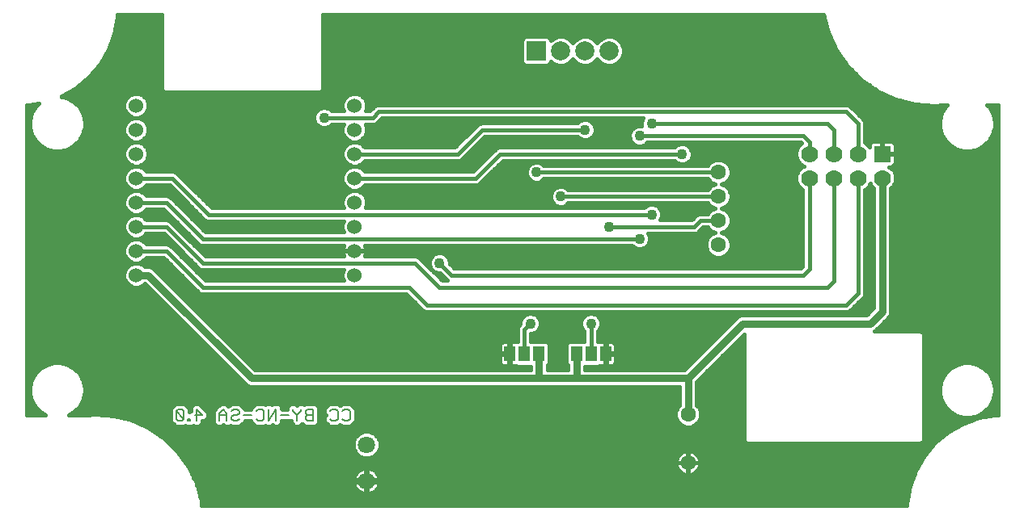
<source format=gbl>
G75*
%MOIN*%
%OFA0B0*%
%FSLAX25Y25*%
%IPPOS*%
%LPD*%
%AMOC8*
5,1,8,0,0,1.08239X$1,22.5*
%
%ADD10C,0.00800*%
%ADD11R,0.07000X0.07000*%
%ADD12C,0.07000*%
%ADD13R,0.07874X0.07874*%
%ADD14C,0.07874*%
%ADD15C,0.06299*%
%ADD16R,0.04600X0.06300*%
%ADD17C,0.06000*%
%ADD18C,0.07085*%
%ADD19C,0.01575*%
%ADD20C,0.04331*%
%ADD21C,0.03150*%
D10*
X0069105Y0073638D02*
X0070677Y0073638D01*
X0071463Y0074424D01*
X0068319Y0077568D01*
X0068319Y0074424D01*
X0069105Y0073638D01*
X0071463Y0074424D02*
X0071463Y0077568D01*
X0070677Y0078354D01*
X0069105Y0078354D01*
X0068319Y0077568D01*
X0073214Y0074424D02*
X0073214Y0073638D01*
X0074000Y0073638D01*
X0074000Y0074424D01*
X0073214Y0074424D01*
X0075932Y0075996D02*
X0079075Y0075996D01*
X0076718Y0078354D01*
X0076718Y0073638D01*
X0086082Y0073638D02*
X0086082Y0076782D01*
X0087654Y0078354D01*
X0089226Y0076782D01*
X0089226Y0073638D01*
X0091157Y0074424D02*
X0091943Y0073638D01*
X0093515Y0073638D01*
X0094301Y0074424D01*
X0093515Y0075996D02*
X0091943Y0075996D01*
X0091157Y0075210D01*
X0091157Y0074424D01*
X0089226Y0075996D02*
X0086082Y0075996D01*
X0091157Y0077568D02*
X0091943Y0078354D01*
X0093515Y0078354D01*
X0094301Y0077568D01*
X0094301Y0076782D01*
X0093515Y0075996D01*
X0096232Y0075996D02*
X0099376Y0075996D01*
X0101308Y0074424D02*
X0102094Y0073638D01*
X0103666Y0073638D01*
X0104451Y0074424D01*
X0104451Y0077568D01*
X0103666Y0078354D01*
X0102094Y0078354D01*
X0101308Y0077568D01*
X0106383Y0078354D02*
X0106383Y0073638D01*
X0109527Y0078354D01*
X0109527Y0073638D01*
X0111458Y0075996D02*
X0114602Y0075996D01*
X0116533Y0077568D02*
X0116533Y0078354D01*
X0116533Y0077568D02*
X0118105Y0075996D01*
X0118105Y0073638D01*
X0118105Y0075996D02*
X0119677Y0077568D01*
X0119677Y0078354D01*
X0121608Y0077568D02*
X0121608Y0076782D01*
X0122394Y0075996D01*
X0124752Y0075996D01*
X0122394Y0075996D02*
X0121608Y0075210D01*
X0121608Y0074424D01*
X0122394Y0073638D01*
X0124752Y0073638D01*
X0124752Y0078354D01*
X0122394Y0078354D01*
X0121608Y0077568D01*
X0131759Y0077568D02*
X0132545Y0078354D01*
X0134117Y0078354D01*
X0134903Y0077568D01*
X0134903Y0074424D01*
X0134117Y0073638D01*
X0132545Y0073638D01*
X0131759Y0074424D01*
X0136834Y0074424D02*
X0137620Y0073638D01*
X0139192Y0073638D01*
X0139978Y0074424D01*
X0139978Y0077568D01*
X0139192Y0078354D01*
X0137620Y0078354D01*
X0136834Y0077568D01*
D11*
X0359287Y0183750D03*
D12*
X0349287Y0183750D03*
X0339287Y0183750D03*
X0329287Y0183750D03*
X0329287Y0173750D03*
X0339287Y0173750D03*
X0349287Y0173750D03*
X0359287Y0173750D03*
D13*
X0216787Y0226250D03*
D14*
X0226787Y0226250D03*
X0236787Y0226250D03*
X0246787Y0226250D03*
D15*
X0291787Y0176250D03*
X0291787Y0166250D03*
X0291787Y0156250D03*
X0291787Y0146250D03*
X0279287Y0076250D03*
X0279287Y0056250D03*
D16*
X0245287Y0101250D03*
X0239287Y0101250D03*
X0233287Y0101250D03*
X0217787Y0101250D03*
X0211787Y0101250D03*
X0205787Y0101250D03*
D17*
X0141787Y0133750D03*
X0141787Y0143750D03*
X0141787Y0153750D03*
X0141787Y0163750D03*
X0141787Y0173750D03*
X0141787Y0183750D03*
X0141787Y0193750D03*
X0141787Y0203750D03*
X0051787Y0203750D03*
X0051787Y0193750D03*
X0051787Y0183750D03*
X0051787Y0173750D03*
X0051787Y0163750D03*
X0051787Y0153750D03*
X0051787Y0143750D03*
X0051787Y0133750D03*
D18*
X0146787Y0063750D03*
X0146787Y0048750D03*
D19*
X0078199Y0042263D02*
X0369947Y0042263D01*
X0369669Y0040690D02*
X0078636Y0040690D01*
X0078684Y0040518D02*
X0076636Y0047889D01*
X0073340Y0054792D01*
X0068894Y0061017D01*
X0068894Y0061017D01*
X0063436Y0066376D01*
X0063436Y0066376D01*
X0063436Y0066376D01*
X0057129Y0070706D01*
X0050167Y0073875D01*
X0050167Y0073875D01*
X0042760Y0075787D01*
X0042760Y0075787D01*
X0035133Y0076384D01*
X0031556Y0076037D01*
X0024166Y0076037D01*
X0026216Y0077221D01*
X0028316Y0079322D01*
X0029802Y0081895D01*
X0030571Y0084764D01*
X0030571Y0087735D01*
X0029802Y0090605D01*
X0028316Y0093178D01*
X0026216Y0095279D01*
X0023643Y0096765D01*
X0020773Y0097533D01*
X0017802Y0097533D01*
X0014932Y0096765D01*
X0012359Y0095279D01*
X0010258Y0093178D01*
X0008773Y0090605D01*
X0008004Y0087735D01*
X0008004Y0084764D01*
X0008773Y0081895D01*
X0010258Y0079322D01*
X0012359Y0077221D01*
X0014409Y0076037D01*
X0006575Y0076037D01*
X0006575Y0203963D01*
X0007768Y0203963D01*
X0011744Y0204664D01*
X0010258Y0203178D01*
X0008773Y0200605D01*
X0008004Y0197735D01*
X0008004Y0194764D01*
X0008773Y0191895D01*
X0010258Y0189322D01*
X0012359Y0187221D01*
X0014932Y0185735D01*
X0017802Y0184967D01*
X0020773Y0184967D01*
X0023643Y0185735D01*
X0026216Y0187221D01*
X0028316Y0189322D01*
X0029802Y0191895D01*
X0030571Y0194764D01*
X0030571Y0197735D01*
X0029802Y0200605D01*
X0028316Y0203178D01*
X0026216Y0205279D01*
X0023643Y0206765D01*
X0020969Y0207481D01*
X0021166Y0207553D01*
X0027196Y0211034D01*
X0032529Y0215509D01*
X0037004Y0220842D01*
X0040485Y0226871D01*
X0042866Y0233413D01*
X0044075Y0240269D01*
X0044075Y0241463D01*
X0062319Y0241463D01*
X0062319Y0210435D01*
X0063472Y0209281D01*
X0127603Y0209281D01*
X0128756Y0210435D01*
X0128756Y0241463D01*
X0334975Y0241463D01*
X0337005Y0233988D01*
X0340447Y0226672D01*
X0340447Y0226672D01*
X0345107Y0220065D01*
X0345107Y0220065D01*
X0350843Y0214367D01*
X0357482Y0209752D01*
X0364821Y0206360D01*
X0372638Y0204294D01*
X0380695Y0203616D01*
X0384505Y0203963D01*
X0386043Y0203963D01*
X0385258Y0203178D01*
X0383773Y0200605D01*
X0383004Y0197735D01*
X0383004Y0194764D01*
X0383773Y0191895D01*
X0385258Y0189322D01*
X0387359Y0187221D01*
X0389932Y0185735D01*
X0392802Y0184967D01*
X0395773Y0184967D01*
X0398643Y0185735D01*
X0401216Y0187221D01*
X0403316Y0189322D01*
X0404802Y0191895D01*
X0405571Y0194764D01*
X0405571Y0197735D01*
X0404802Y0200605D01*
X0403316Y0203178D01*
X0402532Y0203963D01*
X0407000Y0203963D01*
X0407000Y0076037D01*
X0405806Y0076037D01*
X0398950Y0074828D01*
X0392408Y0072447D01*
X0386379Y0068966D01*
X0381046Y0064491D01*
X0376571Y0059158D01*
X0373090Y0053129D01*
X0370709Y0046587D01*
X0369500Y0039731D01*
X0369500Y0038537D01*
X0078876Y0038537D01*
X0078684Y0040518D01*
X0078820Y0039117D02*
X0369500Y0039117D01*
X0370224Y0043837D02*
X0148885Y0043837D01*
X0148833Y0043810D02*
X0149581Y0044191D01*
X0150260Y0044684D01*
X0150853Y0045278D01*
X0151346Y0045956D01*
X0151727Y0046704D01*
X0151986Y0047502D01*
X0152118Y0048330D01*
X0152117Y0048356D01*
X0147181Y0048356D01*
X0147181Y0043420D01*
X0147207Y0043420D01*
X0148036Y0043551D01*
X0148833Y0043810D01*
X0147181Y0043837D02*
X0146394Y0043837D01*
X0146394Y0043420D02*
X0146394Y0048356D01*
X0147181Y0048356D01*
X0147181Y0049144D01*
X0146394Y0049144D01*
X0146394Y0054080D01*
X0146368Y0054080D01*
X0145539Y0053949D01*
X0144741Y0053690D01*
X0143994Y0053309D01*
X0143315Y0052816D01*
X0142722Y0052222D01*
X0142229Y0051544D01*
X0141848Y0050796D01*
X0141589Y0049998D01*
X0141457Y0049169D01*
X0141457Y0049144D01*
X0146394Y0049144D01*
X0146394Y0048356D01*
X0141457Y0048356D01*
X0141457Y0048330D01*
X0141589Y0047502D01*
X0141848Y0046704D01*
X0142229Y0045956D01*
X0142722Y0045278D01*
X0143315Y0044684D01*
X0143994Y0044191D01*
X0144741Y0043810D01*
X0145539Y0043551D01*
X0146368Y0043420D01*
X0146394Y0043420D01*
X0144690Y0043837D02*
X0077762Y0043837D01*
X0077325Y0045410D02*
X0142626Y0045410D01*
X0141757Y0046983D02*
X0076888Y0046983D01*
X0076636Y0047889D02*
X0076636Y0047889D01*
X0076317Y0048556D02*
X0146394Y0048556D01*
X0147181Y0048556D02*
X0371426Y0048556D01*
X0370853Y0046983D02*
X0151818Y0046983D01*
X0150949Y0045410D02*
X0370501Y0045410D01*
X0370709Y0046587D02*
X0370709Y0046587D01*
X0371998Y0050130D02*
X0151943Y0050130D01*
X0151986Y0049998D02*
X0151727Y0050796D01*
X0151346Y0051544D01*
X0150853Y0052222D01*
X0150260Y0052816D01*
X0149581Y0053309D01*
X0148833Y0053690D01*
X0148036Y0053949D01*
X0147207Y0054080D01*
X0147181Y0054080D01*
X0147181Y0049144D01*
X0152118Y0049144D01*
X0152118Y0049169D01*
X0151986Y0049998D01*
X0151230Y0051703D02*
X0277337Y0051703D01*
X0277392Y0051675D02*
X0278131Y0051435D01*
X0278899Y0051313D01*
X0279189Y0051313D01*
X0279189Y0056151D01*
X0279386Y0056151D01*
X0279386Y0051313D01*
X0279676Y0051313D01*
X0280443Y0051435D01*
X0281183Y0051675D01*
X0281875Y0052027D01*
X0282504Y0052484D01*
X0283053Y0053034D01*
X0283510Y0053662D01*
X0283863Y0054355D01*
X0284103Y0055094D01*
X0284224Y0055861D01*
X0284224Y0056152D01*
X0279386Y0056152D01*
X0279386Y0056348D01*
X0284224Y0056348D01*
X0284224Y0056639D01*
X0284103Y0057406D01*
X0283863Y0058145D01*
X0283510Y0058838D01*
X0283053Y0059466D01*
X0282504Y0060016D01*
X0281875Y0060473D01*
X0281183Y0060825D01*
X0280443Y0061065D01*
X0279676Y0061187D01*
X0279386Y0061187D01*
X0279386Y0056348D01*
X0279189Y0056348D01*
X0279189Y0056152D01*
X0274350Y0056152D01*
X0274350Y0055861D01*
X0274472Y0055094D01*
X0274712Y0054355D01*
X0275065Y0053662D01*
X0275522Y0053034D01*
X0276071Y0052484D01*
X0276700Y0052027D01*
X0277392Y0051675D01*
X0279189Y0051703D02*
X0279386Y0051703D01*
X0279386Y0053276D02*
X0279189Y0053276D01*
X0279189Y0054850D02*
X0279386Y0054850D01*
X0279189Y0056348D02*
X0274350Y0056348D01*
X0274350Y0056639D01*
X0274472Y0057406D01*
X0274712Y0058145D01*
X0275065Y0058838D01*
X0275522Y0059466D01*
X0276071Y0060016D01*
X0276700Y0060473D01*
X0277392Y0060825D01*
X0278131Y0061065D01*
X0278899Y0061187D01*
X0279189Y0061187D01*
X0279189Y0056348D01*
X0279189Y0056423D02*
X0279386Y0056423D01*
X0279386Y0057996D02*
X0279189Y0057996D01*
X0279189Y0059570D02*
X0279386Y0059570D01*
X0279386Y0061143D02*
X0279189Y0061143D01*
X0278621Y0061143D02*
X0151673Y0061143D01*
X0151460Y0060628D02*
X0152299Y0062654D01*
X0152299Y0064846D01*
X0151460Y0066872D01*
X0149909Y0068422D01*
X0147884Y0069261D01*
X0145691Y0069261D01*
X0143666Y0068422D01*
X0142115Y0066872D01*
X0141276Y0064846D01*
X0141276Y0062654D01*
X0142115Y0060628D01*
X0143666Y0059078D01*
X0145691Y0058239D01*
X0147884Y0058239D01*
X0149909Y0059078D01*
X0151460Y0060628D01*
X0150401Y0059570D02*
X0275625Y0059570D01*
X0274664Y0057996D02*
X0071051Y0057996D01*
X0069928Y0059570D02*
X0143174Y0059570D01*
X0141902Y0061143D02*
X0068766Y0061143D01*
X0067164Y0062716D02*
X0141276Y0062716D01*
X0141276Y0064290D02*
X0065561Y0064290D01*
X0063959Y0065863D02*
X0141697Y0065863D01*
X0142680Y0067436D02*
X0061892Y0067436D01*
X0059601Y0069010D02*
X0145084Y0069010D01*
X0148491Y0069010D02*
X0302319Y0069010D01*
X0302319Y0070583D02*
X0057309Y0070583D01*
X0057129Y0070706D02*
X0057129Y0070706D01*
X0053944Y0072156D02*
X0067237Y0072156D01*
X0067338Y0072056D02*
X0067338Y0072056D01*
X0068124Y0071270D01*
X0069095Y0071270D01*
X0071658Y0071270D01*
X0071946Y0071557D01*
X0072233Y0071270D01*
X0074981Y0071270D01*
X0075359Y0071647D01*
X0075737Y0071270D01*
X0077699Y0071270D01*
X0079086Y0072657D01*
X0079086Y0073628D01*
X0080057Y0073628D01*
X0081444Y0075015D01*
X0081444Y0076977D01*
X0080057Y0078365D01*
X0080057Y0078365D01*
X0079086Y0079335D01*
X0079086Y0079335D01*
X0077726Y0080695D01*
X0077699Y0080723D01*
X0075737Y0080723D01*
X0074369Y0079355D01*
X0074349Y0079335D01*
X0074349Y0077763D01*
X0073831Y0077245D01*
X0073831Y0077558D01*
X0073831Y0078549D01*
X0073045Y0079335D01*
X0073045Y0079335D01*
X0071658Y0080723D01*
X0070667Y0080723D01*
X0069696Y0080723D01*
X0069696Y0080723D01*
X0068124Y0080723D01*
X0067338Y0079937D01*
X0066031Y0078630D01*
X0065950Y0078549D01*
X0065950Y0075405D01*
X0065950Y0074414D01*
X0065950Y0073443D01*
X0065950Y0073443D01*
X0065966Y0073427D01*
X0067338Y0072056D01*
X0068124Y0071270D02*
X0068124Y0071270D01*
X0068124Y0071270D01*
X0065950Y0073729D02*
X0050487Y0073729D01*
X0044636Y0075303D02*
X0065950Y0075303D01*
X0065950Y0075405D02*
X0065950Y0075405D01*
X0065950Y0076876D02*
X0025618Y0076876D01*
X0027444Y0078449D02*
X0065950Y0078449D01*
X0067424Y0080023D02*
X0028721Y0080023D01*
X0029629Y0081596D02*
X0275744Y0081596D01*
X0275744Y0080023D02*
X0140873Y0080023D01*
X0140189Y0080707D02*
X0141560Y0079335D01*
X0141560Y0079335D01*
X0142346Y0078549D01*
X0142346Y0078549D01*
X0142346Y0078549D01*
X0142346Y0077578D01*
X0142346Y0073443D01*
X0141560Y0072657D01*
X0140173Y0071270D01*
X0137630Y0071270D01*
X0136639Y0071270D01*
X0136639Y0071270D01*
X0136639Y0071270D01*
X0135868Y0072040D01*
X0135098Y0071270D01*
X0132555Y0071270D01*
X0131564Y0071270D01*
X0131564Y0071270D01*
X0131564Y0071270D01*
X0130493Y0072341D01*
X0129390Y0073443D01*
X0129390Y0075405D01*
X0129981Y0075996D01*
X0129390Y0076587D01*
X0129390Y0078549D01*
X0131564Y0080723D01*
X0133136Y0080723D01*
X0133136Y0080723D01*
X0134127Y0080723D01*
X0135098Y0080723D01*
X0135098Y0080723D01*
X0135098Y0080723D01*
X0135114Y0080707D01*
X0135868Y0079952D01*
X0136639Y0080723D01*
X0138211Y0080723D01*
X0138211Y0080723D01*
X0139202Y0080723D01*
X0140173Y0080723D01*
X0140173Y0080723D01*
X0140189Y0080707D01*
X0142346Y0078449D02*
X0274659Y0078449D01*
X0274948Y0079149D02*
X0274169Y0077268D01*
X0274169Y0075232D01*
X0274948Y0073351D01*
X0276388Y0071911D01*
X0278269Y0071132D01*
X0280305Y0071132D01*
X0282187Y0071911D01*
X0283626Y0073351D01*
X0284405Y0075232D01*
X0284405Y0077268D01*
X0283626Y0079149D01*
X0282831Y0079945D01*
X0282831Y0089782D01*
X0302319Y0109271D01*
X0302319Y0065435D01*
X0303472Y0064281D01*
X0375103Y0064281D01*
X0376256Y0065435D01*
X0376256Y0109565D01*
X0375103Y0110718D01*
X0356228Y0110718D01*
X0356295Y0110746D01*
X0357291Y0111743D01*
X0362291Y0116743D01*
X0362831Y0118045D01*
X0362831Y0169560D01*
X0363923Y0170652D01*
X0364756Y0172662D01*
X0364756Y0174838D01*
X0363923Y0176848D01*
X0362385Y0178386D01*
X0362200Y0178463D01*
X0363023Y0178463D01*
X0363477Y0178584D01*
X0363885Y0178820D01*
X0364218Y0179153D01*
X0364453Y0179560D01*
X0364575Y0180015D01*
X0364575Y0183553D01*
X0359484Y0183553D01*
X0359484Y0183947D01*
X0359091Y0183947D01*
X0359091Y0189037D01*
X0355552Y0189037D01*
X0355097Y0188916D01*
X0354690Y0188680D01*
X0354357Y0188347D01*
X0354122Y0187940D01*
X0354000Y0187485D01*
X0354000Y0186663D01*
X0353923Y0186848D01*
X0352385Y0188386D01*
X0352043Y0188528D01*
X0352043Y0196798D01*
X0351624Y0197811D01*
X0346624Y0202811D01*
X0345848Y0203586D01*
X0344836Y0204006D01*
X0151239Y0204006D01*
X0150226Y0203586D01*
X0148146Y0201506D01*
X0146236Y0201506D01*
X0146756Y0202762D01*
X0146756Y0204738D01*
X0145999Y0206564D01*
X0144602Y0207962D01*
X0142776Y0208718D01*
X0140799Y0208718D01*
X0138973Y0207962D01*
X0137575Y0206564D01*
X0136819Y0204738D01*
X0136819Y0202762D01*
X0137339Y0201506D01*
X0132378Y0201506D01*
X0131629Y0202255D01*
X0130110Y0202884D01*
X0128465Y0202884D01*
X0126946Y0202255D01*
X0125783Y0201092D01*
X0125154Y0199572D01*
X0125154Y0197928D01*
X0125783Y0196408D01*
X0126946Y0195245D01*
X0128465Y0194616D01*
X0130110Y0194616D01*
X0131629Y0195245D01*
X0132378Y0195994D01*
X0137339Y0195994D01*
X0136819Y0194738D01*
X0136819Y0192762D01*
X0137575Y0190936D01*
X0138973Y0189538D01*
X0140799Y0188781D01*
X0142776Y0188781D01*
X0144602Y0189538D01*
X0145999Y0190936D01*
X0146756Y0192762D01*
X0146756Y0194738D01*
X0146236Y0195994D01*
X0149836Y0195994D01*
X0150848Y0196414D01*
X0151624Y0197189D01*
X0152929Y0198494D01*
X0260742Y0198494D01*
X0260154Y0197072D01*
X0260154Y0195428D01*
X0260185Y0195353D01*
X0260110Y0195384D01*
X0258465Y0195384D01*
X0256946Y0194755D01*
X0255783Y0193592D01*
X0255154Y0192072D01*
X0255154Y0190428D01*
X0255783Y0188908D01*
X0256946Y0187745D01*
X0258465Y0187116D01*
X0260110Y0187116D01*
X0261629Y0187745D01*
X0262378Y0188494D01*
X0325646Y0188494D01*
X0325972Y0188168D01*
X0324651Y0186848D01*
X0323819Y0184838D01*
X0323819Y0182662D01*
X0324651Y0180652D01*
X0326190Y0179114D01*
X0327069Y0178750D01*
X0326190Y0178386D01*
X0324651Y0176848D01*
X0323819Y0174838D01*
X0323819Y0172662D01*
X0324651Y0170652D01*
X0326190Y0169114D01*
X0326531Y0168972D01*
X0326531Y0137392D01*
X0325646Y0136506D01*
X0182929Y0136506D01*
X0180921Y0138514D01*
X0180921Y0139572D01*
X0180292Y0141092D01*
X0179129Y0142255D01*
X0177610Y0142884D01*
X0175965Y0142884D01*
X0174446Y0142255D01*
X0173283Y0141092D01*
X0172654Y0139572D01*
X0172654Y0137928D01*
X0173283Y0136408D01*
X0174446Y0135245D01*
X0175965Y0134616D01*
X0177024Y0134616D01*
X0180134Y0131506D01*
X0177929Y0131506D01*
X0169124Y0140311D01*
X0169124Y0140311D01*
X0168348Y0141086D01*
X0167336Y0141506D01*
X0146017Y0141506D01*
X0146224Y0141912D01*
X0146457Y0142629D01*
X0146575Y0143373D01*
X0146575Y0143537D01*
X0142000Y0143537D01*
X0142000Y0143963D01*
X0146575Y0143963D01*
X0146575Y0144127D01*
X0146457Y0144871D01*
X0146224Y0145588D01*
X0146017Y0145994D01*
X0256197Y0145994D01*
X0256946Y0145245D01*
X0258465Y0144616D01*
X0260110Y0144616D01*
X0261629Y0145245D01*
X0262792Y0146408D01*
X0263421Y0147928D01*
X0263421Y0149572D01*
X0262832Y0150994D01*
X0282336Y0150994D01*
X0283348Y0151414D01*
X0284124Y0152189D01*
X0285429Y0153494D01*
X0287389Y0153494D01*
X0287448Y0153351D01*
X0288888Y0151911D01*
X0290484Y0151250D01*
X0288888Y0150589D01*
X0287448Y0149149D01*
X0286669Y0147268D01*
X0286669Y0145232D01*
X0287448Y0143351D01*
X0288888Y0141911D01*
X0290769Y0141132D01*
X0292805Y0141132D01*
X0294687Y0141911D01*
X0296126Y0143351D01*
X0296905Y0145232D01*
X0296905Y0147268D01*
X0296126Y0149149D01*
X0294687Y0150589D01*
X0293091Y0151250D01*
X0294687Y0151911D01*
X0296126Y0153351D01*
X0296905Y0155232D01*
X0296905Y0157268D01*
X0296126Y0159149D01*
X0294687Y0160589D01*
X0293091Y0161250D01*
X0294687Y0161911D01*
X0296126Y0163351D01*
X0296905Y0165232D01*
X0296905Y0167268D01*
X0296126Y0169149D01*
X0294687Y0170589D01*
X0293091Y0171250D01*
X0294687Y0171911D01*
X0296126Y0173351D01*
X0296905Y0175232D01*
X0296905Y0177268D01*
X0296126Y0179149D01*
X0294687Y0180589D01*
X0292805Y0181368D01*
X0290769Y0181368D01*
X0288888Y0180589D01*
X0287448Y0179149D01*
X0287389Y0179006D01*
X0219878Y0179006D01*
X0219129Y0179755D01*
X0217610Y0180384D01*
X0215965Y0180384D01*
X0214446Y0179755D01*
X0213283Y0178592D01*
X0212654Y0177072D01*
X0212654Y0175428D01*
X0213283Y0173908D01*
X0214446Y0172745D01*
X0215965Y0172116D01*
X0217610Y0172116D01*
X0219129Y0172745D01*
X0219878Y0173494D01*
X0287389Y0173494D01*
X0287448Y0173351D01*
X0288888Y0171911D01*
X0290484Y0171250D01*
X0288888Y0170589D01*
X0287448Y0169149D01*
X0287389Y0169006D01*
X0229878Y0169006D01*
X0229129Y0169755D01*
X0227610Y0170384D01*
X0225965Y0170384D01*
X0224446Y0169755D01*
X0223283Y0168592D01*
X0222654Y0167072D01*
X0222654Y0165428D01*
X0223283Y0163908D01*
X0224446Y0162745D01*
X0225965Y0162116D01*
X0227610Y0162116D01*
X0229129Y0162745D01*
X0229878Y0163494D01*
X0287389Y0163494D01*
X0287448Y0163351D01*
X0288888Y0161911D01*
X0290484Y0161250D01*
X0288888Y0160589D01*
X0287448Y0159149D01*
X0287389Y0159006D01*
X0283739Y0159006D01*
X0282726Y0158586D01*
X0280646Y0156506D01*
X0267832Y0156506D01*
X0268421Y0157928D01*
X0268421Y0159572D01*
X0267792Y0161092D01*
X0266629Y0162255D01*
X0265110Y0162884D01*
X0263465Y0162884D01*
X0261946Y0162255D01*
X0261197Y0161506D01*
X0146236Y0161506D01*
X0146756Y0162762D01*
X0146756Y0164738D01*
X0145999Y0166564D01*
X0144602Y0167962D01*
X0142776Y0168718D01*
X0140799Y0168718D01*
X0138973Y0167962D01*
X0137575Y0166564D01*
X0136819Y0164738D01*
X0136819Y0162762D01*
X0137339Y0161506D01*
X0082929Y0161506D01*
X0069124Y0175311D01*
X0068348Y0176086D01*
X0067336Y0176506D01*
X0056024Y0176506D01*
X0055999Y0176564D01*
X0054602Y0177962D01*
X0052776Y0178718D01*
X0050799Y0178718D01*
X0048973Y0177962D01*
X0047575Y0176564D01*
X0046819Y0174738D01*
X0046819Y0172762D01*
X0047575Y0170936D01*
X0048973Y0169538D01*
X0050799Y0168781D01*
X0052776Y0168781D01*
X0054602Y0169538D01*
X0055999Y0170936D01*
X0056024Y0170994D01*
X0065646Y0170994D01*
X0080226Y0156414D01*
X0081239Y0155994D01*
X0137339Y0155994D01*
X0136819Y0154738D01*
X0136819Y0152762D01*
X0137339Y0151506D01*
X0080429Y0151506D01*
X0066624Y0165311D01*
X0065848Y0166086D01*
X0064836Y0166506D01*
X0056024Y0166506D01*
X0055999Y0166564D01*
X0054602Y0167962D01*
X0052776Y0168718D01*
X0050799Y0168718D01*
X0048973Y0167962D01*
X0047575Y0166564D01*
X0046819Y0164738D01*
X0046819Y0162762D01*
X0047575Y0160936D01*
X0048973Y0159538D01*
X0050799Y0158781D01*
X0052776Y0158781D01*
X0054602Y0159538D01*
X0055999Y0160936D01*
X0056024Y0160994D01*
X0063146Y0160994D01*
X0077726Y0146414D01*
X0078739Y0145994D01*
X0137558Y0145994D01*
X0137351Y0145588D01*
X0137118Y0144871D01*
X0137000Y0144127D01*
X0137000Y0143963D01*
X0141575Y0143963D01*
X0141575Y0143537D01*
X0137000Y0143537D01*
X0137000Y0143373D01*
X0137118Y0142629D01*
X0137351Y0141912D01*
X0137558Y0141506D01*
X0080429Y0141506D01*
X0067874Y0154061D01*
X0067874Y0154061D01*
X0065848Y0156086D01*
X0064836Y0156506D01*
X0056024Y0156506D01*
X0055999Y0156564D01*
X0054602Y0157962D01*
X0052776Y0158718D01*
X0050799Y0158718D01*
X0048973Y0157962D01*
X0047575Y0156564D01*
X0046819Y0154738D01*
X0046819Y0152762D01*
X0047575Y0150936D01*
X0048973Y0149538D01*
X0050799Y0148781D01*
X0052776Y0148781D01*
X0054602Y0149538D01*
X0055999Y0150936D01*
X0056024Y0150994D01*
X0063146Y0150994D01*
X0063976Y0150164D01*
X0063976Y0150164D01*
X0077726Y0136414D01*
X0078739Y0135994D01*
X0137339Y0135994D01*
X0136819Y0134738D01*
X0136819Y0132762D01*
X0137339Y0131506D01*
X0080429Y0131506D01*
X0066624Y0145311D01*
X0065848Y0146086D01*
X0064836Y0146506D01*
X0056024Y0146506D01*
X0055999Y0146564D01*
X0054602Y0147962D01*
X0052776Y0148718D01*
X0050799Y0148718D01*
X0048973Y0147962D01*
X0047575Y0146564D01*
X0046819Y0144738D01*
X0046819Y0142762D01*
X0047575Y0140936D01*
X0048973Y0139538D01*
X0050799Y0138781D01*
X0052776Y0138781D01*
X0054602Y0139538D01*
X0055999Y0140936D01*
X0056024Y0140994D01*
X0063146Y0140994D01*
X0077726Y0126414D01*
X0078739Y0125994D01*
X0163146Y0125994D01*
X0170226Y0118914D01*
X0171239Y0118494D01*
X0344836Y0118494D01*
X0345848Y0118914D01*
X0346624Y0119689D01*
X0351624Y0124689D01*
X0352043Y0125702D01*
X0352043Y0168972D01*
X0352385Y0169114D01*
X0353923Y0170652D01*
X0354287Y0171531D01*
X0354651Y0170652D01*
X0355744Y0169560D01*
X0355744Y0120218D01*
X0352820Y0117293D01*
X0301083Y0117293D01*
X0299780Y0116754D01*
X0277820Y0094793D01*
X0236831Y0094793D01*
X0236831Y0096131D01*
X0242403Y0096131D01*
X0242619Y0096348D01*
X0242752Y0096313D01*
X0244925Y0096313D01*
X0244925Y0100887D01*
X0245650Y0100887D01*
X0245650Y0096313D01*
X0247823Y0096313D01*
X0248277Y0096434D01*
X0248685Y0096670D01*
X0249018Y0097003D01*
X0249253Y0097410D01*
X0249375Y0097865D01*
X0249375Y0100887D01*
X0245650Y0100887D01*
X0245650Y0101613D01*
X0244925Y0101613D01*
X0244925Y0106187D01*
X0242752Y0106187D01*
X0242619Y0106152D01*
X0242403Y0106368D01*
X0242043Y0106368D01*
X0242043Y0110660D01*
X0242792Y0111408D01*
X0243421Y0112928D01*
X0243421Y0114572D01*
X0242792Y0116092D01*
X0241629Y0117255D01*
X0240110Y0117884D01*
X0238465Y0117884D01*
X0236946Y0117255D01*
X0235783Y0116092D01*
X0235154Y0114572D01*
X0235154Y0112928D01*
X0235783Y0111408D01*
X0236531Y0110660D01*
X0236531Y0106368D01*
X0230172Y0106368D01*
X0229019Y0105215D01*
X0229019Y0097285D01*
X0229744Y0096559D01*
X0229744Y0094793D01*
X0221331Y0094793D01*
X0221331Y0096559D01*
X0222056Y0097285D01*
X0222056Y0105215D01*
X0220903Y0106368D01*
X0214543Y0106368D01*
X0214543Y0109616D01*
X0215110Y0109616D01*
X0216629Y0110245D01*
X0217792Y0111408D01*
X0218421Y0112928D01*
X0218421Y0114572D01*
X0217792Y0116092D01*
X0216629Y0117255D01*
X0215110Y0117884D01*
X0213465Y0117884D01*
X0211946Y0117255D01*
X0210783Y0116092D01*
X0210154Y0114572D01*
X0210154Y0113514D01*
X0209451Y0112811D01*
X0209031Y0111798D01*
X0209031Y0106368D01*
X0208672Y0106368D01*
X0208455Y0106152D01*
X0208323Y0106187D01*
X0206150Y0106187D01*
X0206150Y0101613D01*
X0205425Y0101613D01*
X0205425Y0106187D01*
X0203252Y0106187D01*
X0202797Y0106066D01*
X0202390Y0105830D01*
X0202057Y0105497D01*
X0201822Y0105090D01*
X0201700Y0104635D01*
X0201700Y0101613D01*
X0205425Y0101613D01*
X0205425Y0100887D01*
X0206150Y0100887D01*
X0206150Y0096313D01*
X0208323Y0096313D01*
X0208455Y0096348D01*
X0208672Y0096131D01*
X0214244Y0096131D01*
X0214244Y0094793D01*
X0100755Y0094793D01*
X0059791Y0135757D01*
X0058795Y0136754D01*
X0057492Y0137293D01*
X0055271Y0137293D01*
X0054602Y0137962D01*
X0052776Y0138718D01*
X0050799Y0138718D01*
X0048973Y0137962D01*
X0047575Y0136564D01*
X0046819Y0134738D01*
X0046819Y0132762D01*
X0047575Y0130936D01*
X0048973Y0129538D01*
X0050799Y0128781D01*
X0052776Y0128781D01*
X0054602Y0129538D01*
X0055271Y0130207D01*
X0055320Y0130207D01*
X0096284Y0089243D01*
X0097280Y0088246D01*
X0098583Y0087707D01*
X0275744Y0087707D01*
X0275744Y0079945D01*
X0274948Y0079149D01*
X0274169Y0076876D02*
X0142346Y0076876D01*
X0142346Y0075303D02*
X0274169Y0075303D01*
X0274792Y0073729D02*
X0142346Y0073729D01*
X0141059Y0072156D02*
X0276143Y0072156D01*
X0282432Y0072156D02*
X0302319Y0072156D01*
X0302319Y0073729D02*
X0283783Y0073729D01*
X0284405Y0075303D02*
X0302319Y0075303D01*
X0302319Y0076876D02*
X0284405Y0076876D01*
X0283916Y0078449D02*
X0302319Y0078449D01*
X0302319Y0080023D02*
X0282831Y0080023D01*
X0282831Y0081596D02*
X0302319Y0081596D01*
X0302319Y0083169D02*
X0282831Y0083169D01*
X0282831Y0084743D02*
X0302319Y0084743D01*
X0302319Y0086316D02*
X0282831Y0086316D01*
X0282831Y0087889D02*
X0302319Y0087889D01*
X0302319Y0089463D02*
X0282831Y0089463D01*
X0284084Y0091036D02*
X0302319Y0091036D01*
X0302319Y0092609D02*
X0285658Y0092609D01*
X0287231Y0094183D02*
X0302319Y0094183D01*
X0302319Y0095756D02*
X0288804Y0095756D01*
X0290378Y0097329D02*
X0302319Y0097329D01*
X0302319Y0098903D02*
X0291951Y0098903D01*
X0293524Y0100476D02*
X0302319Y0100476D01*
X0302319Y0102049D02*
X0295098Y0102049D01*
X0296671Y0103622D02*
X0302319Y0103622D01*
X0302319Y0105196D02*
X0298244Y0105196D01*
X0299817Y0106769D02*
X0302319Y0106769D01*
X0302319Y0108342D02*
X0301391Y0108342D01*
X0294515Y0111489D02*
X0242825Y0111489D01*
X0243421Y0113062D02*
X0296089Y0113062D01*
X0297662Y0114636D02*
X0243395Y0114636D01*
X0242675Y0116209D02*
X0299235Y0116209D01*
X0292942Y0109916D02*
X0242043Y0109916D01*
X0242043Y0108342D02*
X0291369Y0108342D01*
X0289796Y0106769D02*
X0242043Y0106769D01*
X0244925Y0105196D02*
X0245650Y0105196D01*
X0245650Y0106187D02*
X0245650Y0101613D01*
X0249375Y0101613D01*
X0249375Y0104635D01*
X0249253Y0105090D01*
X0249018Y0105497D01*
X0248685Y0105830D01*
X0248277Y0106066D01*
X0247823Y0106187D01*
X0245650Y0106187D01*
X0245650Y0103622D02*
X0244925Y0103622D01*
X0244925Y0102049D02*
X0245650Y0102049D01*
X0245650Y0100476D02*
X0244925Y0100476D01*
X0244925Y0098903D02*
X0245650Y0098903D01*
X0245650Y0097329D02*
X0244925Y0097329D01*
X0249206Y0097329D02*
X0280356Y0097329D01*
X0281929Y0098903D02*
X0249375Y0098903D01*
X0249375Y0100476D02*
X0283502Y0100476D01*
X0285076Y0102049D02*
X0249375Y0102049D01*
X0249375Y0103622D02*
X0286649Y0103622D01*
X0288222Y0105196D02*
X0249192Y0105196D01*
X0239287Y0101250D02*
X0239287Y0113750D01*
X0235900Y0116209D02*
X0217675Y0116209D01*
X0218395Y0114636D02*
X0235180Y0114636D01*
X0235154Y0113062D02*
X0218421Y0113062D01*
X0217825Y0111489D02*
X0235749Y0111489D01*
X0236531Y0109916D02*
X0215833Y0109916D01*
X0214543Y0108342D02*
X0236531Y0108342D01*
X0236531Y0106769D02*
X0214543Y0106769D01*
X0211787Y0111250D02*
X0211787Y0101250D01*
X0206150Y0100476D02*
X0205425Y0100476D01*
X0205425Y0100887D02*
X0205425Y0096313D01*
X0203252Y0096313D01*
X0202797Y0096434D01*
X0202390Y0096670D01*
X0202057Y0097003D01*
X0201822Y0097410D01*
X0201700Y0097865D01*
X0201700Y0100887D01*
X0205425Y0100887D01*
X0205425Y0102049D02*
X0206150Y0102049D01*
X0206150Y0103622D02*
X0205425Y0103622D01*
X0205425Y0105196D02*
X0206150Y0105196D01*
X0209031Y0106769D02*
X0088779Y0106769D01*
X0087206Y0108342D02*
X0209031Y0108342D01*
X0209031Y0109916D02*
X0085633Y0109916D01*
X0084059Y0111489D02*
X0209031Y0111489D01*
X0209702Y0113062D02*
X0082486Y0113062D01*
X0080913Y0114636D02*
X0210180Y0114636D01*
X0210900Y0116209D02*
X0079339Y0116209D01*
X0077766Y0117782D02*
X0213220Y0117782D01*
X0215355Y0117782D02*
X0238220Y0117782D01*
X0240355Y0117782D02*
X0353309Y0117782D01*
X0354882Y0119356D02*
X0346290Y0119356D01*
X0347864Y0120929D02*
X0355744Y0120929D01*
X0355744Y0122502D02*
X0349437Y0122502D01*
X0351010Y0124076D02*
X0355744Y0124076D01*
X0355744Y0125649D02*
X0352021Y0125649D01*
X0352043Y0127222D02*
X0355744Y0127222D01*
X0355744Y0128795D02*
X0352043Y0128795D01*
X0352043Y0130369D02*
X0355744Y0130369D01*
X0355744Y0131942D02*
X0352043Y0131942D01*
X0352043Y0133515D02*
X0355744Y0133515D01*
X0355744Y0135089D02*
X0352043Y0135089D01*
X0352043Y0136662D02*
X0355744Y0136662D01*
X0355744Y0138235D02*
X0352043Y0138235D01*
X0352043Y0139809D02*
X0355744Y0139809D01*
X0355744Y0141382D02*
X0352043Y0141382D01*
X0352043Y0142955D02*
X0355744Y0142955D01*
X0355744Y0144529D02*
X0352043Y0144529D01*
X0352043Y0146102D02*
X0355744Y0146102D01*
X0355744Y0147675D02*
X0352043Y0147675D01*
X0352043Y0149249D02*
X0355744Y0149249D01*
X0355744Y0150822D02*
X0352043Y0150822D01*
X0352043Y0152395D02*
X0355744Y0152395D01*
X0355744Y0153969D02*
X0352043Y0153969D01*
X0352043Y0155542D02*
X0355744Y0155542D01*
X0355744Y0157115D02*
X0352043Y0157115D01*
X0352043Y0158688D02*
X0355744Y0158688D01*
X0355744Y0160262D02*
X0352043Y0160262D01*
X0352043Y0161835D02*
X0355744Y0161835D01*
X0355744Y0163408D02*
X0352043Y0163408D01*
X0352043Y0164982D02*
X0355744Y0164982D01*
X0355744Y0166555D02*
X0352043Y0166555D01*
X0352043Y0168128D02*
X0355744Y0168128D01*
X0355602Y0169702D02*
X0352973Y0169702D01*
X0354181Y0171275D02*
X0354394Y0171275D01*
X0349287Y0173750D02*
X0349287Y0126250D01*
X0344287Y0121250D01*
X0171787Y0121250D01*
X0164287Y0128750D01*
X0079287Y0128750D01*
X0064287Y0143750D01*
X0051787Y0143750D01*
X0047384Y0146102D02*
X0006575Y0146102D01*
X0006575Y0147675D02*
X0048686Y0147675D01*
X0049671Y0149249D02*
X0006575Y0149249D01*
X0006575Y0150822D02*
X0047689Y0150822D01*
X0046971Y0152395D02*
X0006575Y0152395D01*
X0006575Y0153969D02*
X0046819Y0153969D01*
X0047152Y0155542D02*
X0006575Y0155542D01*
X0006575Y0157115D02*
X0048126Y0157115D01*
X0050727Y0158688D02*
X0006575Y0158688D01*
X0006575Y0160262D02*
X0048249Y0160262D01*
X0047203Y0161835D02*
X0006575Y0161835D01*
X0006575Y0163408D02*
X0046819Y0163408D01*
X0046920Y0164982D02*
X0006575Y0164982D01*
X0006575Y0166555D02*
X0047571Y0166555D01*
X0049374Y0168128D02*
X0006575Y0168128D01*
X0006575Y0169702D02*
X0048809Y0169702D01*
X0047435Y0171275D02*
X0006575Y0171275D01*
X0006575Y0172848D02*
X0046819Y0172848D01*
X0046819Y0174422D02*
X0006575Y0174422D01*
X0006575Y0175995D02*
X0047339Y0175995D01*
X0048579Y0177568D02*
X0006575Y0177568D01*
X0006575Y0179142D02*
X0049930Y0179142D01*
X0050799Y0178781D02*
X0052776Y0178781D01*
X0054602Y0179538D01*
X0055999Y0180936D01*
X0056756Y0182762D01*
X0056756Y0184738D01*
X0055999Y0186564D01*
X0054602Y0187962D01*
X0052776Y0188718D01*
X0050799Y0188718D01*
X0048973Y0187962D01*
X0047575Y0186564D01*
X0046819Y0184738D01*
X0046819Y0182762D01*
X0047575Y0180936D01*
X0048973Y0179538D01*
X0050799Y0178781D01*
X0053645Y0179142D02*
X0139930Y0179142D01*
X0140799Y0178781D02*
X0138973Y0179538D01*
X0137575Y0180936D01*
X0136819Y0182762D01*
X0136819Y0184738D01*
X0137575Y0186564D01*
X0138973Y0187962D01*
X0140799Y0188718D01*
X0142776Y0188718D01*
X0144602Y0187962D01*
X0145999Y0186564D01*
X0146024Y0186506D01*
X0183146Y0186506D01*
X0191951Y0195311D01*
X0192726Y0196086D01*
X0193739Y0196506D01*
X0233697Y0196506D01*
X0234446Y0197255D01*
X0235965Y0197884D01*
X0237610Y0197884D01*
X0239129Y0197255D01*
X0240292Y0196092D01*
X0240921Y0194572D01*
X0240921Y0192928D01*
X0240292Y0191408D01*
X0239129Y0190245D01*
X0237610Y0189616D01*
X0235965Y0189616D01*
X0234446Y0190245D01*
X0233697Y0190994D01*
X0195429Y0190994D01*
X0185848Y0181414D01*
X0184836Y0180994D01*
X0146024Y0180994D01*
X0145999Y0180936D01*
X0144602Y0179538D01*
X0142776Y0178781D01*
X0140799Y0178781D01*
X0140799Y0178718D02*
X0138973Y0177962D01*
X0137575Y0176564D01*
X0136819Y0174738D01*
X0136819Y0172762D01*
X0137575Y0170936D01*
X0138973Y0169538D01*
X0140799Y0168781D01*
X0142776Y0168781D01*
X0144602Y0169538D01*
X0145999Y0170936D01*
X0146024Y0170994D01*
X0192336Y0170994D01*
X0193348Y0171414D01*
X0194124Y0172189D01*
X0202929Y0180994D01*
X0273697Y0180994D01*
X0274446Y0180245D01*
X0275965Y0179616D01*
X0277610Y0179616D01*
X0279129Y0180245D01*
X0280292Y0181408D01*
X0280921Y0182928D01*
X0280921Y0184572D01*
X0280292Y0186092D01*
X0279129Y0187255D01*
X0277610Y0187884D01*
X0275965Y0187884D01*
X0274446Y0187255D01*
X0273697Y0186506D01*
X0201239Y0186506D01*
X0200226Y0186086D01*
X0199451Y0185311D01*
X0190646Y0176506D01*
X0146024Y0176506D01*
X0145999Y0176564D01*
X0144602Y0177962D01*
X0142776Y0178718D01*
X0140799Y0178718D01*
X0138579Y0177568D02*
X0054996Y0177568D01*
X0055779Y0180715D02*
X0137796Y0180715D01*
X0137015Y0182288D02*
X0056560Y0182288D01*
X0056756Y0183862D02*
X0136819Y0183862D01*
X0137107Y0185435D02*
X0056467Y0185435D01*
X0055556Y0187008D02*
X0138019Y0187008D01*
X0140468Y0188581D02*
X0053107Y0188581D01*
X0052776Y0188781D02*
X0054602Y0189538D01*
X0055999Y0190936D01*
X0056756Y0192762D01*
X0056756Y0194738D01*
X0055999Y0196564D01*
X0054602Y0197962D01*
X0052776Y0198718D01*
X0050799Y0198718D01*
X0048973Y0197962D01*
X0047575Y0196564D01*
X0046819Y0194738D01*
X0046819Y0192762D01*
X0047575Y0190936D01*
X0048973Y0189538D01*
X0050799Y0188781D01*
X0052776Y0188781D01*
X0050468Y0188581D02*
X0027576Y0188581D01*
X0028797Y0190155D02*
X0048356Y0190155D01*
X0047247Y0191728D02*
X0029706Y0191728D01*
X0030179Y0193301D02*
X0046819Y0193301D01*
X0046875Y0194875D02*
X0030571Y0194875D01*
X0030571Y0196448D02*
X0047527Y0196448D01*
X0049116Y0198021D02*
X0030494Y0198021D01*
X0030073Y0199595D02*
X0048916Y0199595D01*
X0048973Y0199538D02*
X0050799Y0198781D01*
X0052776Y0198781D01*
X0054602Y0199538D01*
X0055999Y0200936D01*
X0056756Y0202762D01*
X0056756Y0204738D01*
X0055999Y0206564D01*
X0054602Y0207962D01*
X0052776Y0208718D01*
X0050799Y0208718D01*
X0048973Y0207962D01*
X0047575Y0206564D01*
X0046819Y0204738D01*
X0046819Y0202762D01*
X0047575Y0200936D01*
X0048973Y0199538D01*
X0047479Y0201168D02*
X0029477Y0201168D01*
X0028569Y0202741D02*
X0046827Y0202741D01*
X0046819Y0204315D02*
X0027180Y0204315D01*
X0025161Y0205888D02*
X0047295Y0205888D01*
X0048472Y0207461D02*
X0021042Y0207461D01*
X0023733Y0209035D02*
X0359034Y0209035D01*
X0357482Y0209752D02*
X0357482Y0209752D01*
X0356250Y0210608D02*
X0128756Y0210608D01*
X0128756Y0212181D02*
X0353987Y0212181D01*
X0351724Y0213754D02*
X0128756Y0213754D01*
X0128756Y0215328D02*
X0349876Y0215328D01*
X0350843Y0214367D02*
X0350843Y0214367D01*
X0348292Y0216901D02*
X0128756Y0216901D01*
X0128756Y0218474D02*
X0346707Y0218474D01*
X0345123Y0220048D02*
X0128756Y0220048D01*
X0128756Y0221621D02*
X0210882Y0221621D01*
X0210882Y0221498D02*
X0212035Y0220344D01*
X0221540Y0220344D01*
X0222693Y0221498D01*
X0222693Y0221993D01*
X0223442Y0221244D01*
X0225613Y0220344D01*
X0227962Y0220344D01*
X0230133Y0221244D01*
X0231787Y0222898D01*
X0233442Y0221244D01*
X0235613Y0220344D01*
X0237962Y0220344D01*
X0240133Y0221244D01*
X0241787Y0222898D01*
X0243442Y0221244D01*
X0245613Y0220344D01*
X0247962Y0220344D01*
X0250133Y0221244D01*
X0251794Y0222905D01*
X0252693Y0225075D01*
X0252693Y0227425D01*
X0251794Y0229595D01*
X0250133Y0231256D01*
X0247962Y0232155D01*
X0245613Y0232155D01*
X0243442Y0231256D01*
X0241787Y0229602D01*
X0240133Y0231256D01*
X0237962Y0232155D01*
X0235613Y0232155D01*
X0233442Y0231256D01*
X0231787Y0229602D01*
X0230133Y0231256D01*
X0227962Y0232155D01*
X0225613Y0232155D01*
X0223442Y0231256D01*
X0222693Y0230507D01*
X0222693Y0231002D01*
X0221540Y0232155D01*
X0212035Y0232155D01*
X0210882Y0231002D01*
X0210882Y0221498D01*
X0210882Y0223194D02*
X0128756Y0223194D01*
X0128756Y0224768D02*
X0210882Y0224768D01*
X0210882Y0226341D02*
X0128756Y0226341D01*
X0128756Y0227914D02*
X0210882Y0227914D01*
X0210882Y0229488D02*
X0128756Y0229488D01*
X0128756Y0231061D02*
X0210940Y0231061D01*
X0222634Y0231061D02*
X0223247Y0231061D01*
X0230328Y0231061D02*
X0233247Y0231061D01*
X0240328Y0231061D02*
X0243247Y0231061D01*
X0250328Y0231061D02*
X0338382Y0231061D01*
X0339122Y0229488D02*
X0251838Y0229488D01*
X0252490Y0227914D02*
X0339862Y0227914D01*
X0340680Y0226341D02*
X0252693Y0226341D01*
X0252565Y0224768D02*
X0341790Y0224768D01*
X0342899Y0223194D02*
X0251914Y0223194D01*
X0250510Y0221621D02*
X0344009Y0221621D01*
X0337642Y0232634D02*
X0128756Y0232634D01*
X0128756Y0234208D02*
X0336945Y0234208D01*
X0337005Y0233988D02*
X0337005Y0233988D01*
X0336518Y0235781D02*
X0128756Y0235781D01*
X0128756Y0237354D02*
X0336091Y0237354D01*
X0335663Y0238928D02*
X0128756Y0238928D01*
X0128756Y0240501D02*
X0335236Y0240501D01*
X0362438Y0207461D02*
X0145103Y0207461D01*
X0146280Y0205888D02*
X0366606Y0205888D01*
X0364821Y0206360D02*
X0364821Y0206360D01*
X0372559Y0204315D02*
X0146756Y0204315D01*
X0146747Y0202741D02*
X0149381Y0202741D01*
X0151787Y0201250D02*
X0149287Y0198750D01*
X0129287Y0198750D01*
X0128121Y0202741D02*
X0056747Y0202741D01*
X0056756Y0204315D02*
X0136819Y0204315D01*
X0136827Y0202741D02*
X0130454Y0202741D01*
X0125859Y0201168D02*
X0056096Y0201168D01*
X0054659Y0199595D02*
X0125163Y0199595D01*
X0125154Y0198021D02*
X0054459Y0198021D01*
X0056048Y0196448D02*
X0125766Y0196448D01*
X0127841Y0194875D02*
X0056699Y0194875D01*
X0056756Y0193301D02*
X0136819Y0193301D01*
X0136875Y0194875D02*
X0130734Y0194875D01*
X0137247Y0191728D02*
X0056328Y0191728D01*
X0055219Y0190155D02*
X0138356Y0190155D01*
X0143107Y0188581D02*
X0185221Y0188581D01*
X0183648Y0187008D02*
X0145556Y0187008D01*
X0145219Y0190155D02*
X0186795Y0190155D01*
X0188368Y0191728D02*
X0146328Y0191728D01*
X0146756Y0193301D02*
X0189941Y0193301D01*
X0191515Y0194875D02*
X0146699Y0194875D01*
X0150883Y0196448D02*
X0193599Y0196448D01*
X0194287Y0193750D02*
X0236787Y0193750D01*
X0239936Y0196448D02*
X0260154Y0196448D01*
X0260547Y0198021D02*
X0152456Y0198021D01*
X0151787Y0201250D02*
X0344287Y0201250D01*
X0349287Y0196250D01*
X0349287Y0183750D01*
X0353763Y0187008D02*
X0354000Y0187008D01*
X0354591Y0188581D02*
X0352043Y0188581D01*
X0352043Y0190155D02*
X0384777Y0190155D01*
X0383869Y0191728D02*
X0352043Y0191728D01*
X0352043Y0193301D02*
X0383396Y0193301D01*
X0383004Y0194875D02*
X0352043Y0194875D01*
X0352043Y0196448D02*
X0383004Y0196448D01*
X0383081Y0198021D02*
X0351413Y0198021D01*
X0349840Y0199595D02*
X0383502Y0199595D01*
X0384098Y0201168D02*
X0348267Y0201168D01*
X0346694Y0202741D02*
X0385006Y0202741D01*
X0380695Y0203616D02*
X0380695Y0203616D01*
X0372638Y0204294D02*
X0372638Y0204294D01*
X0363477Y0188916D02*
X0363885Y0188680D01*
X0364218Y0188347D01*
X0364453Y0187940D01*
X0364575Y0187485D01*
X0364575Y0183947D01*
X0359484Y0183947D01*
X0359484Y0189037D01*
X0363023Y0189037D01*
X0363477Y0188916D01*
X0363984Y0188581D02*
X0385999Y0188581D01*
X0387728Y0187008D02*
X0364575Y0187008D01*
X0364575Y0185435D02*
X0391054Y0185435D01*
X0397521Y0185435D02*
X0407000Y0185435D01*
X0407000Y0187008D02*
X0400847Y0187008D01*
X0402576Y0188581D02*
X0407000Y0188581D01*
X0407000Y0190155D02*
X0403797Y0190155D01*
X0404706Y0191728D02*
X0407000Y0191728D01*
X0407000Y0193301D02*
X0405179Y0193301D01*
X0405571Y0194875D02*
X0407000Y0194875D01*
X0407000Y0196448D02*
X0405571Y0196448D01*
X0405494Y0198021D02*
X0407000Y0198021D01*
X0407000Y0199595D02*
X0405073Y0199595D01*
X0404477Y0201168D02*
X0407000Y0201168D01*
X0407000Y0202741D02*
X0403569Y0202741D01*
X0407000Y0183862D02*
X0359484Y0183862D01*
X0359484Y0185435D02*
X0359091Y0185435D01*
X0359091Y0187008D02*
X0359484Y0187008D01*
X0359484Y0188581D02*
X0359091Y0188581D01*
X0364575Y0182288D02*
X0407000Y0182288D01*
X0407000Y0180715D02*
X0364575Y0180715D01*
X0364207Y0179142D02*
X0407000Y0179142D01*
X0407000Y0177568D02*
X0363203Y0177568D01*
X0364277Y0175995D02*
X0407000Y0175995D01*
X0407000Y0174422D02*
X0364756Y0174422D01*
X0364756Y0172848D02*
X0407000Y0172848D01*
X0407000Y0171275D02*
X0364181Y0171275D01*
X0362973Y0169702D02*
X0407000Y0169702D01*
X0407000Y0168128D02*
X0362831Y0168128D01*
X0362831Y0166555D02*
X0407000Y0166555D01*
X0407000Y0164982D02*
X0362831Y0164982D01*
X0362831Y0163408D02*
X0407000Y0163408D01*
X0407000Y0161835D02*
X0362831Y0161835D01*
X0362831Y0160262D02*
X0407000Y0160262D01*
X0407000Y0158688D02*
X0362831Y0158688D01*
X0362831Y0157115D02*
X0407000Y0157115D01*
X0407000Y0155542D02*
X0362831Y0155542D01*
X0362831Y0153969D02*
X0407000Y0153969D01*
X0407000Y0152395D02*
X0362831Y0152395D01*
X0362831Y0150822D02*
X0407000Y0150822D01*
X0407000Y0149249D02*
X0362831Y0149249D01*
X0362831Y0147675D02*
X0407000Y0147675D01*
X0407000Y0146102D02*
X0362831Y0146102D01*
X0362831Y0144529D02*
X0407000Y0144529D01*
X0407000Y0142955D02*
X0362831Y0142955D01*
X0362831Y0141382D02*
X0407000Y0141382D01*
X0407000Y0139809D02*
X0362831Y0139809D01*
X0362831Y0138235D02*
X0407000Y0138235D01*
X0407000Y0136662D02*
X0362831Y0136662D01*
X0362831Y0135089D02*
X0407000Y0135089D01*
X0407000Y0133515D02*
X0362831Y0133515D01*
X0362831Y0131942D02*
X0407000Y0131942D01*
X0407000Y0130369D02*
X0362831Y0130369D01*
X0362831Y0128795D02*
X0407000Y0128795D01*
X0407000Y0127222D02*
X0362831Y0127222D01*
X0362831Y0125649D02*
X0407000Y0125649D01*
X0407000Y0124076D02*
X0362831Y0124076D01*
X0362831Y0122502D02*
X0407000Y0122502D01*
X0407000Y0120929D02*
X0362831Y0120929D01*
X0362831Y0119356D02*
X0407000Y0119356D01*
X0407000Y0117782D02*
X0362722Y0117782D01*
X0361757Y0116209D02*
X0407000Y0116209D01*
X0407000Y0114636D02*
X0360184Y0114636D01*
X0358611Y0113062D02*
X0407000Y0113062D01*
X0407000Y0111489D02*
X0357037Y0111489D01*
X0375906Y0109916D02*
X0407000Y0109916D01*
X0407000Y0108342D02*
X0376256Y0108342D01*
X0376256Y0106769D02*
X0407000Y0106769D01*
X0407000Y0105196D02*
X0376256Y0105196D01*
X0376256Y0103622D02*
X0407000Y0103622D01*
X0407000Y0102049D02*
X0376256Y0102049D01*
X0376256Y0100476D02*
X0407000Y0100476D01*
X0407000Y0098903D02*
X0376256Y0098903D01*
X0376256Y0097329D02*
X0392040Y0097329D01*
X0392802Y0097533D02*
X0389932Y0096765D01*
X0387359Y0095279D01*
X0385258Y0093178D01*
X0383773Y0090605D01*
X0383004Y0087735D01*
X0383004Y0084764D01*
X0383773Y0081895D01*
X0385258Y0079322D01*
X0387359Y0077221D01*
X0389932Y0075735D01*
X0392802Y0074967D01*
X0395773Y0074967D01*
X0398643Y0075735D01*
X0401216Y0077221D01*
X0403316Y0079322D01*
X0404802Y0081895D01*
X0405571Y0084764D01*
X0405571Y0087735D01*
X0404802Y0090605D01*
X0403316Y0093178D01*
X0401216Y0095279D01*
X0398643Y0096765D01*
X0395773Y0097533D01*
X0392802Y0097533D01*
X0396535Y0097329D02*
X0407000Y0097329D01*
X0407000Y0095756D02*
X0400390Y0095756D01*
X0402312Y0094183D02*
X0407000Y0094183D01*
X0407000Y0092609D02*
X0403645Y0092609D01*
X0404553Y0091036D02*
X0407000Y0091036D01*
X0407000Y0089463D02*
X0405108Y0089463D01*
X0405530Y0087889D02*
X0407000Y0087889D01*
X0407000Y0086316D02*
X0405571Y0086316D01*
X0405565Y0084743D02*
X0407000Y0084743D01*
X0407000Y0083169D02*
X0405143Y0083169D01*
X0404629Y0081596D02*
X0407000Y0081596D01*
X0407000Y0080023D02*
X0403721Y0080023D01*
X0402444Y0078449D02*
X0407000Y0078449D01*
X0407000Y0076876D02*
X0400618Y0076876D01*
X0401640Y0075303D02*
X0397028Y0075303D01*
X0395931Y0073729D02*
X0376256Y0073729D01*
X0376256Y0072156D02*
X0391904Y0072156D01*
X0392408Y0072447D02*
X0392408Y0072447D01*
X0391547Y0075303D02*
X0376256Y0075303D01*
X0376256Y0076876D02*
X0387956Y0076876D01*
X0386131Y0078449D02*
X0376256Y0078449D01*
X0376256Y0080023D02*
X0384854Y0080023D01*
X0383945Y0081596D02*
X0376256Y0081596D01*
X0376256Y0083169D02*
X0383431Y0083169D01*
X0383010Y0084743D02*
X0376256Y0084743D01*
X0376256Y0086316D02*
X0383004Y0086316D01*
X0383045Y0087889D02*
X0376256Y0087889D01*
X0376256Y0089463D02*
X0383467Y0089463D01*
X0384022Y0091036D02*
X0376256Y0091036D01*
X0376256Y0092609D02*
X0384930Y0092609D01*
X0386263Y0094183D02*
X0376256Y0094183D01*
X0376256Y0095756D02*
X0388185Y0095756D01*
X0398950Y0074828D02*
X0398950Y0074828D01*
X0389179Y0070583D02*
X0376256Y0070583D01*
X0376256Y0069010D02*
X0386454Y0069010D01*
X0386379Y0068966D02*
X0386379Y0068966D01*
X0384556Y0067436D02*
X0376256Y0067436D01*
X0376256Y0065863D02*
X0382681Y0065863D01*
X0381046Y0064491D02*
X0381046Y0064491D01*
X0381046Y0064491D01*
X0380877Y0064290D02*
X0375111Y0064290D01*
X0378236Y0061143D02*
X0279954Y0061143D01*
X0282950Y0059570D02*
X0376916Y0059570D01*
X0376571Y0059158D02*
X0376571Y0059158D01*
X0375900Y0057996D02*
X0283911Y0057996D01*
X0284224Y0056423D02*
X0374992Y0056423D01*
X0374083Y0054850D02*
X0284023Y0054850D01*
X0283229Y0053276D02*
X0373175Y0053276D01*
X0373090Y0053129D02*
X0373090Y0053129D01*
X0372571Y0051703D02*
X0281238Y0051703D01*
X0275345Y0053276D02*
X0149625Y0053276D01*
X0147181Y0053276D02*
X0146394Y0053276D01*
X0146394Y0051703D02*
X0147181Y0051703D01*
X0147181Y0050130D02*
X0146394Y0050130D01*
X0143949Y0053276D02*
X0074063Y0053276D01*
X0073340Y0054792D02*
X0073340Y0054792D01*
X0073298Y0054850D02*
X0274551Y0054850D01*
X0274350Y0056423D02*
X0072175Y0056423D01*
X0074815Y0051703D02*
X0142345Y0051703D01*
X0141631Y0050130D02*
X0075566Y0050130D01*
X0085101Y0071270D02*
X0087063Y0071270D01*
X0087654Y0071861D01*
X0088245Y0071270D01*
X0090207Y0071270D01*
X0090585Y0071647D01*
X0090962Y0071270D01*
X0090962Y0071270D01*
X0090962Y0071270D01*
X0091933Y0071270D01*
X0094496Y0071270D01*
X0096670Y0073443D01*
X0096670Y0073628D01*
X0098939Y0073628D01*
X0098939Y0073443D01*
X0100042Y0072341D01*
X0101112Y0071270D01*
X0101112Y0071270D01*
X0101113Y0071270D01*
X0102104Y0071270D01*
X0104647Y0071270D01*
X0105024Y0071647D01*
X0105402Y0071270D01*
X0105666Y0071270D01*
X0105885Y0071123D01*
X0106617Y0071270D01*
X0107364Y0071270D01*
X0107550Y0071456D01*
X0107809Y0071508D01*
X0108008Y0071807D01*
X0108546Y0071270D01*
X0110508Y0071270D01*
X0111895Y0072657D01*
X0111895Y0073628D01*
X0115583Y0073628D01*
X0115737Y0073781D01*
X0115737Y0072657D01*
X0117124Y0071270D01*
X0119086Y0071270D01*
X0120250Y0072433D01*
X0120627Y0072056D01*
X0120627Y0072056D01*
X0121413Y0071270D01*
X0121413Y0071270D01*
X0121413Y0071270D01*
X0122384Y0071270D01*
X0125733Y0071270D01*
X0127121Y0072657D01*
X0127121Y0076977D01*
X0127121Y0077373D01*
X0127121Y0079335D01*
X0125733Y0080723D01*
X0121413Y0080723D01*
X0121036Y0080345D01*
X0120658Y0080723D01*
X0118696Y0080723D01*
X0118105Y0080132D01*
X0117514Y0080723D01*
X0115552Y0080723D01*
X0114165Y0079335D01*
X0114165Y0078365D01*
X0111940Y0078365D01*
X0111895Y0078589D01*
X0111895Y0079335D01*
X0111709Y0079522D01*
X0111657Y0079781D01*
X0111036Y0080195D01*
X0110508Y0080723D01*
X0110244Y0080723D01*
X0110024Y0080869D01*
X0109292Y0080723D01*
X0108546Y0080723D01*
X0108359Y0080536D01*
X0108100Y0080484D01*
X0107901Y0080185D01*
X0107364Y0080723D01*
X0105402Y0080723D01*
X0105024Y0080345D01*
X0104662Y0080707D01*
X0104647Y0080723D01*
X0103676Y0080723D01*
X0102684Y0080723D01*
X0101112Y0080723D01*
X0099725Y0079335D01*
X0098939Y0078549D01*
X0098939Y0078365D01*
X0096670Y0078365D01*
X0096670Y0078549D01*
X0096670Y0078549D01*
X0096670Y0078549D01*
X0096135Y0079084D01*
X0095884Y0079335D01*
X0094512Y0080707D01*
X0094496Y0080723D01*
X0093525Y0080723D01*
X0092534Y0080723D01*
X0092534Y0080723D01*
X0090962Y0080723D01*
X0089799Y0079559D01*
X0088635Y0080723D01*
X0086673Y0080723D01*
X0085101Y0079151D01*
X0083713Y0077763D01*
X0083713Y0072657D01*
X0085101Y0071270D01*
X0084214Y0072156D02*
X0078585Y0072156D01*
X0080158Y0073729D02*
X0083713Y0073729D01*
X0083713Y0075303D02*
X0081444Y0075303D01*
X0081444Y0076876D02*
X0083713Y0076876D01*
X0084400Y0078449D02*
X0079972Y0078449D01*
X0078398Y0080023D02*
X0085973Y0080023D01*
X0089335Y0080023D02*
X0090262Y0080023D01*
X0094496Y0080723D02*
X0094496Y0080723D01*
X0095196Y0080023D02*
X0100413Y0080023D01*
X0098939Y0078449D02*
X0096670Y0078449D01*
X0095884Y0079335D02*
X0095884Y0079335D01*
X0102684Y0080723D02*
X0102684Y0080723D01*
X0104647Y0080723D02*
X0104647Y0080723D01*
X0111293Y0080023D02*
X0114852Y0080023D01*
X0114165Y0078449D02*
X0111923Y0078449D01*
X0115685Y0073729D02*
X0115737Y0073729D01*
X0116238Y0072156D02*
X0111394Y0072156D01*
X0100226Y0072156D02*
X0095383Y0072156D01*
X0075037Y0080023D02*
X0072358Y0080023D01*
X0073831Y0078549D02*
X0073831Y0078549D01*
X0073831Y0078549D01*
X0073831Y0078449D02*
X0074349Y0078449D01*
X0094490Y0091036D02*
X0029553Y0091036D01*
X0030108Y0089463D02*
X0096064Y0089463D01*
X0098142Y0087889D02*
X0030530Y0087889D01*
X0030571Y0086316D02*
X0275744Y0086316D01*
X0275744Y0084743D02*
X0030565Y0084743D01*
X0030143Y0083169D02*
X0275744Y0083169D01*
X0278782Y0095756D02*
X0236831Y0095756D01*
X0233287Y0092250D02*
X0234287Y0091250D01*
X0229744Y0095756D02*
X0221331Y0095756D01*
X0222056Y0097329D02*
X0229019Y0097329D01*
X0229019Y0098903D02*
X0222056Y0098903D01*
X0222056Y0100476D02*
X0229019Y0100476D01*
X0229019Y0102049D02*
X0222056Y0102049D01*
X0222056Y0103622D02*
X0229019Y0103622D01*
X0229019Y0105196D02*
X0222056Y0105196D01*
X0214287Y0113750D02*
X0211787Y0111250D01*
X0201883Y0105196D02*
X0090353Y0105196D01*
X0091926Y0103622D02*
X0201700Y0103622D01*
X0201700Y0102049D02*
X0093499Y0102049D01*
X0095073Y0100476D02*
X0201700Y0100476D01*
X0201700Y0098903D02*
X0096646Y0098903D01*
X0098219Y0097329D02*
X0201868Y0097329D01*
X0205425Y0097329D02*
X0206150Y0097329D01*
X0206150Y0098903D02*
X0205425Y0098903D01*
X0214244Y0095756D02*
X0099792Y0095756D01*
X0092917Y0092609D02*
X0028645Y0092609D01*
X0027312Y0094183D02*
X0091344Y0094183D01*
X0089771Y0095756D02*
X0025390Y0095756D01*
X0021535Y0097329D02*
X0088197Y0097329D01*
X0086624Y0098903D02*
X0006575Y0098903D01*
X0006575Y0100476D02*
X0085051Y0100476D01*
X0083477Y0102049D02*
X0006575Y0102049D01*
X0006575Y0103622D02*
X0081904Y0103622D01*
X0080331Y0105196D02*
X0006575Y0105196D01*
X0006575Y0106769D02*
X0078757Y0106769D01*
X0077184Y0108342D02*
X0006575Y0108342D01*
X0006575Y0109916D02*
X0075611Y0109916D01*
X0074037Y0111489D02*
X0006575Y0111489D01*
X0006575Y0113062D02*
X0072464Y0113062D01*
X0070891Y0114636D02*
X0006575Y0114636D01*
X0006575Y0116209D02*
X0069317Y0116209D01*
X0067744Y0117782D02*
X0006575Y0117782D01*
X0006575Y0119356D02*
X0066171Y0119356D01*
X0064597Y0120929D02*
X0006575Y0120929D01*
X0006575Y0122502D02*
X0063024Y0122502D01*
X0061451Y0124076D02*
X0006575Y0124076D01*
X0006575Y0125649D02*
X0059878Y0125649D01*
X0058304Y0127222D02*
X0006575Y0127222D01*
X0006575Y0128795D02*
X0050765Y0128795D01*
X0052809Y0128795D02*
X0056731Y0128795D01*
X0062033Y0133515D02*
X0070625Y0133515D01*
X0072198Y0131942D02*
X0063606Y0131942D01*
X0065180Y0130369D02*
X0073771Y0130369D01*
X0075344Y0128795D02*
X0066753Y0128795D01*
X0068326Y0127222D02*
X0076918Y0127222D01*
X0071473Y0124076D02*
X0165064Y0124076D01*
X0163491Y0125649D02*
X0069900Y0125649D01*
X0073046Y0122502D02*
X0166638Y0122502D01*
X0168211Y0120929D02*
X0074619Y0120929D01*
X0076193Y0119356D02*
X0169784Y0119356D01*
X0176787Y0128750D02*
X0166787Y0138750D01*
X0079287Y0138750D01*
X0065537Y0152500D01*
X0064287Y0153750D01*
X0051787Y0153750D01*
X0053903Y0149249D02*
X0064891Y0149249D01*
X0063318Y0150822D02*
X0055886Y0150822D01*
X0054889Y0147675D02*
X0066465Y0147675D01*
X0065811Y0146102D02*
X0068038Y0146102D01*
X0067406Y0144529D02*
X0069611Y0144529D01*
X0068979Y0142955D02*
X0071185Y0142955D01*
X0070553Y0141382D02*
X0072758Y0141382D01*
X0072126Y0139809D02*
X0074331Y0139809D01*
X0073699Y0138235D02*
X0075905Y0138235D01*
X0075273Y0136662D02*
X0077478Y0136662D01*
X0076846Y0135089D02*
X0136964Y0135089D01*
X0136819Y0133515D02*
X0078419Y0133515D01*
X0079993Y0131942D02*
X0137158Y0131942D01*
X0137066Y0142955D02*
X0078979Y0142955D01*
X0077406Y0144529D02*
X0137064Y0144529D01*
X0146511Y0144529D02*
X0286961Y0144529D01*
X0286669Y0146102D02*
X0262486Y0146102D01*
X0263317Y0147675D02*
X0286838Y0147675D01*
X0287548Y0149249D02*
X0263421Y0149249D01*
X0262904Y0150822D02*
X0289451Y0150822D01*
X0288404Y0152395D02*
X0284330Y0152395D01*
X0281787Y0153750D02*
X0246787Y0153750D01*
X0259287Y0148750D02*
X0079287Y0148750D01*
X0064287Y0163750D01*
X0051787Y0163750D01*
X0054200Y0168128D02*
X0068512Y0168128D01*
X0070085Y0166555D02*
X0056003Y0166555D01*
X0054766Y0169702D02*
X0066938Y0169702D01*
X0071587Y0172848D02*
X0136819Y0172848D01*
X0136819Y0174422D02*
X0070013Y0174422D01*
X0068440Y0175995D02*
X0137339Y0175995D01*
X0137435Y0171275D02*
X0073160Y0171275D01*
X0074733Y0169702D02*
X0138809Y0169702D01*
X0139374Y0168128D02*
X0076306Y0168128D01*
X0077880Y0166555D02*
X0137571Y0166555D01*
X0136920Y0164982D02*
X0079453Y0164982D01*
X0081026Y0163408D02*
X0136819Y0163408D01*
X0137203Y0161835D02*
X0082600Y0161835D01*
X0081787Y0158750D02*
X0066787Y0173750D01*
X0051787Y0173750D01*
X0047796Y0180715D02*
X0006575Y0180715D01*
X0006575Y0182288D02*
X0047015Y0182288D01*
X0046819Y0183862D02*
X0006575Y0183862D01*
X0006575Y0185435D02*
X0016054Y0185435D01*
X0012728Y0187008D02*
X0006575Y0187008D01*
X0006575Y0188581D02*
X0010999Y0188581D01*
X0009777Y0190155D02*
X0006575Y0190155D01*
X0006575Y0191728D02*
X0008869Y0191728D01*
X0008396Y0193301D02*
X0006575Y0193301D01*
X0006575Y0194875D02*
X0008004Y0194875D01*
X0008004Y0196448D02*
X0006575Y0196448D01*
X0006575Y0198021D02*
X0008081Y0198021D01*
X0008502Y0199595D02*
X0006575Y0199595D01*
X0006575Y0201168D02*
X0009098Y0201168D01*
X0010006Y0202741D02*
X0006575Y0202741D01*
X0009765Y0204315D02*
X0011395Y0204315D01*
X0026458Y0210608D02*
X0062319Y0210608D01*
X0062319Y0212181D02*
X0028563Y0212181D01*
X0030438Y0213754D02*
X0062319Y0213754D01*
X0062319Y0215328D02*
X0032313Y0215328D01*
X0032529Y0215509D02*
X0032529Y0215509D01*
X0033697Y0216901D02*
X0062319Y0216901D01*
X0062319Y0218474D02*
X0035017Y0218474D01*
X0036338Y0220048D02*
X0062319Y0220048D01*
X0062319Y0221621D02*
X0037454Y0221621D01*
X0038362Y0223194D02*
X0062319Y0223194D01*
X0062319Y0224768D02*
X0039270Y0224768D01*
X0040179Y0226341D02*
X0062319Y0226341D01*
X0062319Y0227914D02*
X0040865Y0227914D01*
X0041437Y0229488D02*
X0062319Y0229488D01*
X0062319Y0231061D02*
X0042010Y0231061D01*
X0042582Y0232634D02*
X0062319Y0232634D01*
X0062319Y0234208D02*
X0043006Y0234208D01*
X0042866Y0233413D02*
X0042866Y0233413D01*
X0043283Y0235781D02*
X0062319Y0235781D01*
X0062319Y0237354D02*
X0043561Y0237354D01*
X0043838Y0238928D02*
X0062319Y0238928D01*
X0062319Y0240501D02*
X0044075Y0240501D01*
X0055103Y0207461D02*
X0138472Y0207461D01*
X0137295Y0205888D02*
X0056280Y0205888D01*
X0048019Y0187008D02*
X0025847Y0187008D01*
X0022521Y0185435D02*
X0047107Y0185435D01*
X0066953Y0164982D02*
X0071658Y0164982D01*
X0073232Y0163408D02*
X0068526Y0163408D01*
X0070100Y0161835D02*
X0074805Y0161835D01*
X0076378Y0160262D02*
X0071673Y0160262D01*
X0073246Y0158688D02*
X0077951Y0158688D01*
X0079525Y0157115D02*
X0074820Y0157115D01*
X0076393Y0155542D02*
X0137152Y0155542D01*
X0136819Y0153969D02*
X0077966Y0153969D01*
X0079540Y0152395D02*
X0136971Y0152395D01*
X0146372Y0161835D02*
X0261526Y0161835D01*
X0264287Y0158750D02*
X0081787Y0158750D01*
X0071745Y0152395D02*
X0069540Y0152395D01*
X0070171Y0153969D02*
X0067966Y0153969D01*
X0068598Y0155542D02*
X0066393Y0155542D01*
X0067025Y0157115D02*
X0055449Y0157115D01*
X0052848Y0158688D02*
X0065451Y0158688D01*
X0063878Y0160262D02*
X0055326Y0160262D01*
X0071113Y0150822D02*
X0073318Y0150822D01*
X0072686Y0149249D02*
X0074891Y0149249D01*
X0074260Y0147675D02*
X0076465Y0147675D01*
X0075833Y0146102D02*
X0078479Y0146102D01*
X0067478Y0136662D02*
X0058886Y0136662D01*
X0059791Y0135757D02*
X0059791Y0135757D01*
X0060460Y0135089D02*
X0069051Y0135089D01*
X0065905Y0138235D02*
X0053942Y0138235D01*
X0054873Y0139809D02*
X0064331Y0139809D01*
X0049633Y0138235D02*
X0006575Y0138235D01*
X0006575Y0136662D02*
X0047673Y0136662D01*
X0046964Y0135089D02*
X0006575Y0135089D01*
X0006575Y0133515D02*
X0046819Y0133515D01*
X0047158Y0131942D02*
X0006575Y0131942D01*
X0006575Y0130369D02*
X0048142Y0130369D01*
X0048702Y0139809D02*
X0006575Y0139809D01*
X0006575Y0141382D02*
X0047390Y0141382D01*
X0046819Y0142955D02*
X0006575Y0142955D01*
X0006575Y0144529D02*
X0046819Y0144529D01*
X0017040Y0097329D02*
X0006575Y0097329D01*
X0006575Y0095756D02*
X0013185Y0095756D01*
X0011263Y0094183D02*
X0006575Y0094183D01*
X0006575Y0092609D02*
X0009930Y0092609D01*
X0009022Y0091036D02*
X0006575Y0091036D01*
X0006575Y0089463D02*
X0008467Y0089463D01*
X0008045Y0087889D02*
X0006575Y0087889D01*
X0006575Y0086316D02*
X0008004Y0086316D01*
X0008010Y0084743D02*
X0006575Y0084743D01*
X0006575Y0083169D02*
X0008431Y0083169D01*
X0008945Y0081596D02*
X0006575Y0081596D01*
X0006575Y0080023D02*
X0009854Y0080023D01*
X0011131Y0078449D02*
X0006575Y0078449D01*
X0006575Y0076876D02*
X0012956Y0076876D01*
X0035133Y0076384D02*
X0035133Y0076384D01*
X0119973Y0072156D02*
X0120527Y0072156D01*
X0126620Y0072156D02*
X0130677Y0072156D01*
X0129390Y0073729D02*
X0127121Y0073729D01*
X0127121Y0075303D02*
X0129390Y0075303D01*
X0129390Y0076876D02*
X0127121Y0076876D01*
X0127121Y0078449D02*
X0129390Y0078449D01*
X0130864Y0080023D02*
X0126433Y0080023D01*
X0135798Y0080023D02*
X0135939Y0080023D01*
X0150895Y0067436D02*
X0302319Y0067436D01*
X0302319Y0065863D02*
X0151877Y0065863D01*
X0152299Y0064290D02*
X0303464Y0064290D01*
X0379557Y0062716D02*
X0152299Y0062716D01*
X0147181Y0046983D02*
X0146394Y0046983D01*
X0146394Y0045410D02*
X0147181Y0045410D01*
X0216787Y0091250D02*
X0217787Y0092250D01*
X0176787Y0128750D02*
X0336787Y0128750D01*
X0339287Y0131250D01*
X0339287Y0173750D01*
X0329287Y0173750D02*
X0329287Y0136250D01*
X0326787Y0133750D01*
X0181787Y0133750D01*
X0176787Y0138750D01*
X0174824Y0135089D02*
X0174346Y0135089D01*
X0173178Y0136662D02*
X0172773Y0136662D01*
X0172654Y0138235D02*
X0171199Y0138235D01*
X0172751Y0139809D02*
X0169626Y0139809D01*
X0167635Y0141382D02*
X0173573Y0141382D01*
X0180002Y0141382D02*
X0290165Y0141382D01*
X0287844Y0142955D02*
X0146509Y0142955D01*
X0175919Y0133515D02*
X0178125Y0133515D01*
X0177493Y0131942D02*
X0179698Y0131942D01*
X0182773Y0136662D02*
X0325802Y0136662D01*
X0326531Y0138235D02*
X0181199Y0138235D01*
X0180823Y0139809D02*
X0326531Y0139809D01*
X0326531Y0141382D02*
X0293409Y0141382D01*
X0295731Y0142955D02*
X0326531Y0142955D01*
X0326531Y0144529D02*
X0296614Y0144529D01*
X0296905Y0146102D02*
X0326531Y0146102D01*
X0326531Y0147675D02*
X0296737Y0147675D01*
X0296027Y0149249D02*
X0326531Y0149249D01*
X0326531Y0150822D02*
X0294124Y0150822D01*
X0295171Y0152395D02*
X0326531Y0152395D01*
X0326531Y0153969D02*
X0296382Y0153969D01*
X0296905Y0155542D02*
X0326531Y0155542D01*
X0326531Y0157115D02*
X0296905Y0157115D01*
X0296317Y0158688D02*
X0326531Y0158688D01*
X0326531Y0160262D02*
X0295014Y0160262D01*
X0294503Y0161835D02*
X0326531Y0161835D01*
X0326531Y0163408D02*
X0296150Y0163408D01*
X0296802Y0164982D02*
X0326531Y0164982D01*
X0326531Y0166555D02*
X0296905Y0166555D01*
X0296549Y0168128D02*
X0326531Y0168128D01*
X0325602Y0169702D02*
X0295574Y0169702D01*
X0293151Y0171275D02*
X0324394Y0171275D01*
X0323819Y0172848D02*
X0295624Y0172848D01*
X0296570Y0174422D02*
X0323819Y0174422D01*
X0324298Y0175995D02*
X0296905Y0175995D01*
X0296781Y0177568D02*
X0325372Y0177568D01*
X0326162Y0179142D02*
X0296129Y0179142D01*
X0294382Y0180715D02*
X0324626Y0180715D01*
X0323974Y0182288D02*
X0280656Y0182288D01*
X0280921Y0183862D02*
X0323819Y0183862D01*
X0324066Y0185435D02*
X0280564Y0185435D01*
X0279375Y0187008D02*
X0324812Y0187008D01*
X0326787Y0191250D02*
X0329287Y0188750D01*
X0329287Y0183750D01*
X0326787Y0191250D02*
X0259287Y0191250D01*
X0256110Y0188581D02*
X0193016Y0188581D01*
X0191443Y0187008D02*
X0274199Y0187008D01*
X0276787Y0183750D02*
X0201787Y0183750D01*
X0191787Y0173750D01*
X0141787Y0173750D01*
X0144996Y0177568D02*
X0191708Y0177568D01*
X0193282Y0179142D02*
X0143645Y0179142D01*
X0145779Y0180715D02*
X0194855Y0180715D01*
X0196428Y0182288D02*
X0186723Y0182288D01*
X0188296Y0183862D02*
X0198001Y0183862D01*
X0199575Y0185435D02*
X0189870Y0185435D01*
X0184287Y0183750D02*
X0194287Y0193750D01*
X0194590Y0190155D02*
X0234665Y0190155D01*
X0238910Y0190155D02*
X0255267Y0190155D01*
X0255154Y0191728D02*
X0240424Y0191728D01*
X0240921Y0193301D02*
X0255663Y0193301D01*
X0257236Y0194875D02*
X0240796Y0194875D01*
X0264287Y0196250D02*
X0336787Y0196250D01*
X0339287Y0193750D01*
X0339287Y0183750D01*
X0291787Y0176250D02*
X0216787Y0176250D01*
X0213833Y0179142D02*
X0201076Y0179142D01*
X0202650Y0180715D02*
X0273976Y0180715D01*
X0279598Y0180715D02*
X0289192Y0180715D01*
X0287445Y0179142D02*
X0219742Y0179142D01*
X0212859Y0177568D02*
X0199503Y0177568D01*
X0197930Y0175995D02*
X0212654Y0175995D01*
X0213070Y0174422D02*
X0196356Y0174422D01*
X0194783Y0172848D02*
X0214343Y0172848D01*
X0219232Y0172848D02*
X0287951Y0172848D01*
X0290424Y0171275D02*
X0193014Y0171275D01*
X0184287Y0183750D02*
X0141787Y0183750D01*
X0144766Y0169702D02*
X0224393Y0169702D01*
X0223091Y0168128D02*
X0144200Y0168128D01*
X0146003Y0166555D02*
X0222654Y0166555D01*
X0222838Y0164982D02*
X0146655Y0164982D01*
X0146756Y0163408D02*
X0223783Y0163408D01*
X0229792Y0163408D02*
X0287425Y0163408D01*
X0289072Y0161835D02*
X0267048Y0161835D01*
X0268136Y0160262D02*
X0288561Y0160262D01*
X0282973Y0158688D02*
X0268421Y0158688D01*
X0268085Y0157115D02*
X0281255Y0157115D01*
X0284287Y0156250D02*
X0281787Y0153750D01*
X0284287Y0156250D02*
X0291787Y0156250D01*
X0291787Y0166250D02*
X0226787Y0166250D01*
X0229182Y0169702D02*
X0288001Y0169702D01*
X0243065Y0221621D02*
X0240510Y0221621D01*
X0233065Y0221621D02*
X0230510Y0221621D01*
X0223065Y0221621D02*
X0222693Y0221621D01*
D20*
X0264287Y0196250D03*
X0259287Y0191250D03*
X0276787Y0183750D03*
X0236787Y0193750D03*
X0216787Y0176250D03*
X0226787Y0166250D03*
X0246787Y0153750D03*
X0259287Y0148750D03*
X0264287Y0158750D03*
X0239287Y0113750D03*
X0214287Y0113750D03*
X0179287Y0106250D03*
X0176787Y0138750D03*
X0129287Y0198750D03*
X0141787Y0236250D03*
X0051787Y0236250D03*
X0019287Y0173750D03*
X0019287Y0108750D03*
X0081787Y0043750D03*
X0184287Y0043750D03*
X0259287Y0043750D03*
X0284287Y0106250D03*
X0364287Y0043750D03*
X0394287Y0106250D03*
X0394287Y0176250D03*
X0326787Y0236250D03*
D21*
X0359287Y0173750D02*
X0359287Y0118750D01*
X0354287Y0113750D01*
X0301787Y0113750D01*
X0279287Y0091250D01*
X0279287Y0076250D01*
X0279287Y0091250D02*
X0234287Y0091250D01*
X0216787Y0091250D01*
X0099287Y0091250D01*
X0056787Y0133750D01*
X0051787Y0133750D01*
X0217787Y0101250D02*
X0217787Y0092250D01*
X0233287Y0092250D02*
X0233287Y0101250D01*
M02*

</source>
